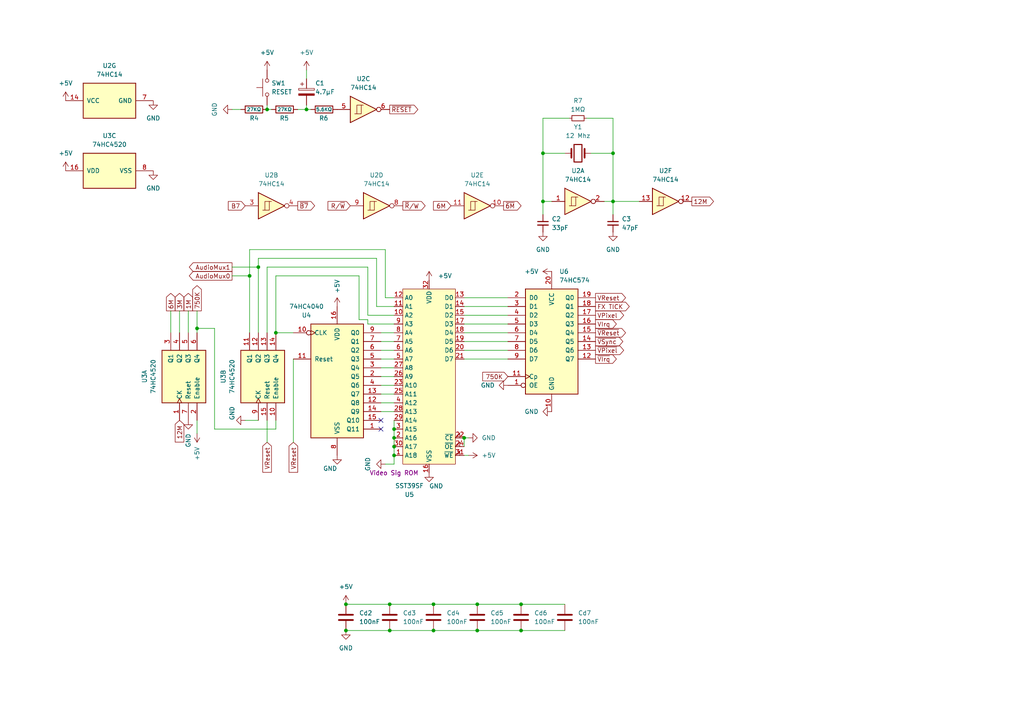
<source format=kicad_sch>
(kicad_sch (version 20230121) (generator eeschema)
  (paper "A4")
  (title_block (title "Clock and Reset"))
  (lib_symbols
    (symbol "4xxx:4040" (pin_names (offset 1.016))
      (property "Reference" "U" (at -7.62 16.51 0))
      (property "Value" "4040" (at -7.62 -19.05 0))
      (symbol "4040_1_0"
        (pin output line (at 12.7 -15.24 180) (length 5.08) (name "Q11") (number "1"))
        (pin input inverted_clock (at -12.7 12.7 0) (length 5.08) (name "CLK") (number "10"))
        (pin input line (at -12.7 5.08 0) (length 5.08) (name "Reset") (number "11"))
        (pin output line (at 12.7 -7.62 180) (length 5.08) (name "Q8") (number "12"))
        (pin output line (at 12.7 -5.08 180) (length 5.08) (name "Q7") (number "13"))
        (pin output line (at 12.7 -10.16 180) (length 5.08) (name "Q9") (number "14"))
        (pin output line (at 12.7 -12.7 180) (length 5.08) (name "Q10") (number "15"))
        (pin power_in line (at 0 20.32 270) (length 5.08) (name "VDD") (number "16"))
        (pin output line (at 12.7 0 180) (length 5.08) (name "Q5") (number "2"))
        (pin output line (at 12.7 2.54 180) (length 5.08) (name "Q4") (number "3"))
        (pin output line (at 12.7 -2.54 180) (length 5.08) (name "Q6") (number "4"))
        (pin output line (at 12.7 5.08 180) (length 5.08) (name "Q3") (number "5"))
        (pin output line (at 12.7 7.62 180) (length 5.08) (name "Q2") (number "6"))
        (pin output line (at 12.7 10.16 180) (length 5.08) (name "Q1") (number "7"))
        (pin power_in line (at 0 -22.86 90) (length 5.08) (name "VSS") (number "8"))
        (pin output line (at 12.7 12.7 180) (length 5.08) (name "Q0") (number "9"))
      )
      (symbol "4040_1_1"
        (rectangle (start -7.62 15.24) (end 7.62 -17.78) (stroke (width 0.254)) (fill (type background)))
      )
    )
    (symbol "4xxx:4520" (pin_names (offset 1.016))
      (property "Reference" "U" (at -7.62 8.89 0))
      (property "Value" "4520" (at -7.62 -8.89 0))
      (symbol "4520_1_0"
        (pin input clock (at -12.7 0 0) (length 5.08) (name "CK") (number "1"))
        (pin input line (at -12.7 -5.08 0) (length 5.08) (name "Enable") (number "2"))
        (pin output line (at 12.7 2.54 180) (length 5.08) (name "Q1") (number "3"))
        (pin output line (at 12.7 0 180) (length 5.08) (name "Q2") (number "4"))
        (pin output line (at 12.7 -2.54 180) (length 5.08) (name "Q3") (number "5"))
        (pin output line (at 12.7 -5.08 180) (length 5.08) (name "Q4") (number "6"))
        (pin input line (at -12.7 -2.54 0) (length 5.08) (name "Reset") (number "7"))
      )
      (symbol "4520_1_1"
        (rectangle (start -7.62 5.08) (end 7.62 -7.62) (stroke (width 0.254)) (fill (type background)))
      )
      (symbol "4520_2_0"
        (pin input line (at -12.7 -5.08 0) (length 5.08) (name "Enable") (number "10"))
        (pin output line (at 12.7 2.54 180) (length 5.08) (name "Q1") (number "11"))
        (pin output line (at 12.7 0 180) (length 5.08) (name "Q2") (number "12"))
        (pin output line (at 12.7 -2.54 180) (length 5.08) (name "Q3") (number "13"))
        (pin output line (at 12.7 -5.08 180) (length 5.08) (name "Q4") (number "14"))
        (pin input line (at -12.7 -2.54 0) (length 5.08) (name "Reset") (number "15"))
        (pin input clock (at -12.7 0 0) (length 5.08) (name "CK") (number "9"))
      )
      (symbol "4520_2_1"
        (rectangle (start -7.62 5.08) (end 7.62 -7.62) (stroke (width 0.254)) (fill (type background)))
      )
      (symbol "4520_3_0"
        (pin power_in line (at 0 12.7 270) (length 5.08) (name "VDD") (number "16"))
        (pin power_in line (at 0 -12.7 90) (length 5.08) (name "VSS") (number "8"))
      )
      (symbol "4520_3_1"
        (rectangle (start -5.08 7.62) (end 5.08 -7.62) (stroke (width 0.254)) (fill (type background)))
      )
    )
    (symbol "74xx:74HC14" (pin_names (offset 1.016))
      (property "Reference" "U" (at 0 1.27 0))
      (property "Value" "74HC14" (at 0 -1.27 0))
      (symbol "74HC14_1_0"
        (polyline (pts (xy -3.81 3.81) (xy -3.81 -3.81) (xy 3.81 0) (xy -3.81 3.81)) (stroke (width 0.254)) (fill (type background)))
        (pin input line (at -7.62 0 0) (length 3.81) (name "~") (number "1"))
        (pin output inverted (at 7.62 0 180) (length 3.81) (name "~") (number "2"))
      )
      (symbol "74HC14_1_1"
        (polyline (pts (xy -1.905 -1.27) (xy -1.905 1.27) (xy -0.635 1.27)))
        (polyline (pts (xy -2.54 -1.27) (xy -0.635 -1.27) (xy -0.635 1.27) (xy 0 1.27)))
      )
      (symbol "74HC14_2_0"
        (polyline (pts (xy -3.81 3.81) (xy -3.81 -3.81) (xy 3.81 0) (xy -3.81 3.81)) (stroke (width 0.254)) (fill (type background)))
        (pin input line (at -7.62 0 0) (length 3.81) (name "~") (number "3"))
        (pin output inverted (at 7.62 0 180) (length 3.81) (name "~") (number "4"))
      )
      (symbol "74HC14_2_1"
        (polyline (pts (xy -1.905 -1.27) (xy -1.905 1.27) (xy -0.635 1.27)))
        (polyline (pts (xy -2.54 -1.27) (xy -0.635 -1.27) (xy -0.635 1.27) (xy 0 1.27)))
      )
      (symbol "74HC14_3_0"
        (polyline (pts (xy -3.81 3.81) (xy -3.81 -3.81) (xy 3.81 0) (xy -3.81 3.81)) (stroke (width 0.254)) (fill (type background)))
        (pin input line (at -7.62 0 0) (length 3.81) (name "~") (number "5"))
        (pin output inverted (at 7.62 0 180) (length 3.81) (name "~") (number "6"))
      )
      (symbol "74HC14_3_1"
        (polyline (pts (xy -1.905 -1.27) (xy -1.905 1.27) (xy -0.635 1.27)))
        (polyline (pts (xy -2.54 -1.27) (xy -0.635 -1.27) (xy -0.635 1.27) (xy 0 1.27)))
      )
      (symbol "74HC14_4_0"
        (polyline (pts (xy -3.81 3.81) (xy -3.81 -3.81) (xy 3.81 0) (xy -3.81 3.81)) (stroke (width 0.254)) (fill (type background)))
        (pin output inverted (at 7.62 0 180) (length 3.81) (name "~") (number "8"))
        (pin input line (at -7.62 0 0) (length 3.81) (name "~") (number "9"))
      )
      (symbol "74HC14_4_1"
        (polyline (pts (xy -1.905 -1.27) (xy -1.905 1.27) (xy -0.635 1.27)))
        (polyline (pts (xy -2.54 -1.27) (xy -0.635 -1.27) (xy -0.635 1.27) (xy 0 1.27)))
      )
      (symbol "74HC14_5_0"
        (polyline (pts (xy -3.81 3.81) (xy -3.81 -3.81) (xy 3.81 0) (xy -3.81 3.81)) (stroke (width 0.254)) (fill (type background)))
        (pin output inverted (at 7.62 0 180) (length 3.81) (name "~") (number "10"))
        (pin input line (at -7.62 0 0) (length 3.81) (name "~") (number "11"))
      )
      (symbol "74HC14_5_1"
        (polyline (pts (xy -1.905 -1.27) (xy -1.905 1.27) (xy -0.635 1.27)))
        (polyline (pts (xy -2.54 -1.27) (xy -0.635 -1.27) (xy -0.635 1.27) (xy 0 1.27)))
      )
      (symbol "74HC14_6_0"
        (polyline (pts (xy -3.81 3.81) (xy -3.81 -3.81) (xy 3.81 0) (xy -3.81 3.81)) (stroke (width 0.254)) (fill (type background)))
        (pin output inverted (at 7.62 0 180) (length 3.81) (name "~") (number "12"))
        (pin input line (at -7.62 0 0) (length 3.81) (name "~") (number "13"))
      )
      (symbol "74HC14_6_1"
        (polyline (pts (xy -1.905 -1.27) (xy -1.905 1.27) (xy -0.635 1.27)))
        (polyline (pts (xy -2.54 -1.27) (xy -0.635 -1.27) (xy -0.635 1.27) (xy 0 1.27)))
      )
      (symbol "74HC14_7_0"
        (pin power_in line (at 0 12.7 270) (length 5.08) (name "VCC") (number "14"))
        (pin power_in line (at 0 -12.7 90) (length 5.08) (name "GND") (number "7"))
      )
      (symbol "74HC14_7_1"
        (rectangle (start -5.08 7.62) (end 5.08 -7.62) (stroke (width 0.254)) (fill (type background)))
      )
    )
    (symbol "74xx:74HCT574" (pin_names (offset 1.016))
      (property "Reference" "U" (at -7.62 16.51 0))
      (property "Value" "74HCT574" (at -7.62 -16.51 0))
      (symbol "74HCT574_1_0"
        (pin input inverted (at -12.7 -12.7 0) (length 5.08) (name "OE") (number "1"))
        (pin power_in line (at 0 -20.32 90) (length 5.08) (name "GND") (number "10"))
        (pin input clock (at -12.7 -10.16 0) (length 5.08) (name "Cp") (number "11"))
        (pin tri_state line (at 12.7 -5.08 180) (length 5.08) (name "Q7") (number "12"))
        (pin tri_state line (at 12.7 -2.54 180) (length 5.08) (name "Q6") (number "13"))
        (pin tri_state line (at 12.7 0 180) (length 5.08) (name "Q5") (number "14"))
        (pin tri_state line (at 12.7 2.54 180) (length 5.08) (name "Q4") (number "15"))
        (pin tri_state line (at 12.7 5.08 180) (length 5.08) (name "Q3") (number "16"))
        (pin tri_state line (at 12.7 7.62 180) (length 5.08) (name "Q2") (number "17"))
        (pin tri_state line (at 12.7 10.16 180) (length 5.08) (name "Q1") (number "18"))
        (pin tri_state line (at 12.7 12.7 180) (length 5.08) (name "Q0") (number "19"))
        (pin input line (at -12.7 12.7 0) (length 5.08) (name "D0") (number "2"))
        (pin power_in line (at 0 20.32 270) (length 5.08) (name "VCC") (number "20"))
        (pin input line (at -12.7 10.16 0) (length 5.08) (name "D1") (number "3"))
        (pin input line (at -12.7 7.62 0) (length 5.08) (name "D2") (number "4"))
        (pin input line (at -12.7 5.08 0) (length 5.08) (name "D3") (number "5"))
        (pin input line (at -12.7 2.54 0) (length 5.08) (name "D4") (number "6"))
        (pin input line (at -12.7 0 0) (length 5.08) (name "D5") (number "7"))
        (pin input line (at -12.7 -2.54 0) (length 5.08) (name "D6") (number "8"))
        (pin input line (at -12.7 -5.08 0) (length 5.08) (name "D7") (number "9"))
      )
      (symbol "74HCT574_1_1"
        (rectangle (start -7.62 15.24) (end 7.62 -15.24) (stroke (width 0.254)) (fill (type background)))
      )
    )
    (symbol "Device:C" (pin_numbers hide) (pin_names (offset 0.254))
      (property "Reference" "C" (at 0.635 2.54 0))
      (property "Value" "C" (at 0.635 -2.54 0))
      (symbol "C_0_1"
        (polyline (pts (xy -2.032 -0.762) (xy 2.032 -0.762)) (stroke (width 0.508)))
        (polyline (pts (xy -2.032 0.762) (xy 2.032 0.762)) (stroke (width 0.508)))
      )
      (symbol "C_1_1"
        (pin passive line (at 0 3.81 270) (length 2.794) (name "~") (number "1"))
        (pin passive line (at 0 -3.81 90) (length 2.794) (name "~") (number "2"))
      )
    )
    (symbol "Device:C_Polarized" (pin_numbers hide) (pin_names (offset 0.254))
      (property "Reference" "C" (at 0.635 2.54 0))
      (property "Value" "C_Polarized" (at 0.635 -2.54 0))
      (symbol "C_Polarized_0_1"
        (rectangle (start -2.286 0.508) (end 2.286 1.016))
        (polyline (pts (xy -1.778 2.286) (xy -0.762 2.286)))
        (polyline (pts (xy -1.27 2.794) (xy -1.27 1.778)))
        (rectangle (start 2.286 -0.508) (end -2.286 -1.016) (fill (type outline)))
      )
      (symbol "C_Polarized_1_1"
        (pin passive line (at 0 3.81 270) (length 2.794) (name "~") (number "1"))
        (pin passive line (at 0 -3.81 90) (length 2.794) (name "~") (number "2"))
      )
    )
    (symbol "Device:C_Small" (pin_numbers hide) (pin_names (offset 0.254) hide)
      (property "Reference" "C" (at 0.254 1.778 0))
      (property "Value" "C_Small" (at 0.254 -2.032 0))
      (symbol "C_Small_0_1"
        (polyline (pts (xy -1.524 -0.508) (xy 1.524 -0.508)) (stroke (width 0.3302)))
        (polyline (pts (xy -1.524 0.508) (xy 1.524 0.508)) (stroke (width 0.3048)))
      )
      (symbol "C_Small_1_1"
        (pin passive line (at 0 2.54 270) (length 2.032) (name "~") (number "1"))
        (pin passive line (at 0 -2.54 90) (length 2.032) (name "~") (number "2"))
      )
    )
    (symbol "Device:Crystal" (pin_numbers hide) (pin_names (offset 1.016) hide)
      (property "Reference" "Y" (at 0 3.81 0))
      (property "Value" "Crystal" (at 0 -3.81 0))
      (symbol "Crystal_0_1"
        (rectangle (start -1.143 2.54) (end 1.143 -2.54) (stroke (width 0.3048)))
        (polyline (pts (xy -2.54 0) (xy -1.905 0)))
        (polyline (pts (xy -1.905 -1.27) (xy -1.905 1.27)) (stroke (width 0.508)))
        (polyline (pts (xy 1.905 -1.27) (xy 1.905 1.27)) (stroke (width 0.508)))
        (polyline (pts (xy 2.54 0) (xy 1.905 0)))
      )
      (symbol "Crystal_1_1"
        (pin passive line (at -3.81 0 0) (length 1.27) (name "1") (number "1"))
        (pin passive line (at 3.81 0 180) (length 1.27) (name "2") (number "2"))
      )
    )
    (symbol "Device:R" (pin_numbers hide) (pin_names (offset 0))
      (property "Reference" "R" (at 2.032 0 90))
      (property "Value" "R" (at 0 0 90))
      (symbol "R_0_1"
        (rectangle (start -1.016 -2.54) (end 1.016 2.54) (stroke (width 0.254)))
      )
      (symbol "R_1_1"
        (pin passive line (at 0 3.81 270) (length 1.27) (name "~") (number "1"))
        (pin passive line (at 0 -3.81 90) (length 1.27) (name "~") (number "2"))
      )
    )
    (symbol "Device:R_Small" (pin_numbers hide) (pin_names (offset 0.254) hide)
      (property "Reference" "R" (at 0.762 0.508 0))
      (property "Value" "R_Small" (at 0.762 -1.016 0))
      (symbol "R_Small_0_1"
        (rectangle (start -0.762 1.778) (end 0.762 -1.778) (stroke (width 0.2032)))
      )
      (symbol "R_Small_1_1"
        (pin passive line (at 0 2.54 270) (length 0.762) (name "~") (number "1"))
        (pin passive line (at 0 -2.54 90) (length 0.762) (name "~") (number "2"))
      )
    )
    (symbol "Memory_Lib:SST39SF040"
      (property "Reference" "U" (at 11.43 54.61 0))
      (property "Value" "SST39SF040" (at 19.05 52.07 0))
      (symbol "SST39SF040_1_1"
        (rectangle (start 0 50.8) (end 15.24 0) (fill (type background)))
        (pin input line (at -2.54 2.54 0) (length 2.54) (name "A18") (number "1"))
        (pin input line (at -2.54 43.18 0) (length 2.54) (name "A2") (number "10"))
        (pin input line (at -2.54 45.72 0) (length 2.54) (name "A1") (number "11"))
        (pin input line (at -2.54 48.26 0) (length 2.54) (name "A0") (number "12"))
        (pin bidirectional line (at 17.78 48.26 180) (length 2.54) (name "D0") (number "13"))
        (pin bidirectional line (at 17.78 45.72 180) (length 2.54) (name "D1") (number "14"))
        (pin bidirectional line (at 17.78 43.18 180) (length 2.54) (name "D2") (number "15"))
        (pin power_in line (at 7.62 -2.54 90) (length 2.54) (name "VSS") (number "16"))
        (pin bidirectional line (at 17.78 40.64 180) (length 2.54) (name "D3") (number "17"))
        (pin bidirectional line (at 17.78 38.1 180) (length 2.54) (name "D4") (number "18"))
        (pin bidirectional line (at 17.78 35.56 180) (length 2.54) (name "D5") (number "19"))
        (pin input line (at -2.54 7.62 0) (length 2.54) (name "A16") (number "2"))
        (pin bidirectional line (at 17.78 33.02 180) (length 2.54) (name "D6") (number "20"))
        (pin bidirectional line (at 17.78 30.48 180) (length 2.54) (name "D7") (number "21"))
        (pin input input_low (at 17.78 7.62 180) (length 2.54) (name "~{CE}") (number "22"))
        (pin input line (at -2.54 22.86 0) (length 2.54) (name "A10") (number "23"))
        (pin input input_low (at 17.78 5.08 180) (length 2.54) (name "~{OE}") (number "24"))
        (pin input line (at -2.54 20.32 0) (length 2.54) (name "A11") (number "25"))
        (pin input line (at -2.54 25.4 0) (length 2.54) (name "A9") (number "26"))
        (pin input line (at -2.54 27.94 0) (length 2.54) (name "A8") (number "27"))
        (pin input line (at -2.54 15.24 0) (length 2.54) (name "A13") (number "28"))
        (pin input line (at -2.54 12.7 0) (length 2.54) (name "A14") (number "29"))
        (pin input line (at -2.54 10.16 0) (length 2.54) (name "A15") (number "3"))
        (pin input line (at -2.54 5.08 0) (length 2.54) (name "A17") (number "30"))
        (pin input input_low (at 17.78 2.54 180) (length 2.54) (name "~{WE}") (number "31"))
        (pin power_in line (at 7.62 53.34 270) (length 2.54) (name "VDD") (number "32"))
        (pin input line (at -2.54 17.78 0) (length 2.54) (name "A12") (number "4"))
        (pin input line (at -2.54 30.48 0) (length 2.54) (name "A7") (number "5"))
        (pin input line (at -2.54 33.02 0) (length 2.54) (name "A6") (number "6"))
        (pin input line (at -2.54 35.56 0) (length 2.54) (name "A5") (number "7"))
        (pin input line (at -2.54 38.1 0) (length 2.54) (name "A4") (number "8"))
        (pin input line (at -2.54 40.64 0) (length 2.54) (name "A3") (number "9"))
      )
    )
    (symbol "Switch:SW_Push" (pin_numbers hide) (pin_names (offset 1.016) hide)
      (property "Reference" "SW" (at 1.27 2.54 0))
      (property "Value" "SW_Push" (at 0 -1.524 0))
      (symbol "SW_Push_0_1"
        (circle (center -2.032 0) (radius 0.508))
        (polyline (pts (xy 0 1.27) (xy 0 3.048)))
        (polyline (pts (xy 2.54 1.27) (xy -2.54 1.27)))
        (circle (center 2.032 0) (radius 0.508))
        (pin passive line (at -5.08 0 0) (length 2.54) (name "1") (number "1"))
        (pin passive line (at 5.08 0 180) (length 2.54) (name "2") (number "2"))
      )
    )
    (symbol "power:+5V" (power) (pin_names (offset 0))
      (property "Value" "+5V" (at 0 3.556 0))
      (symbol "+5V_0_1"
        (polyline (pts (xy -0.762 1.27) (xy 0 2.54)))
        (polyline (pts (xy 0 0) (xy 0 2.54)))
        (polyline (pts (xy 0 2.54) (xy 0.762 1.27)))
      )
      (symbol "+5V_1_1"
        (pin power_in line (at 0 0 90) (length 0) hide (name "+5V") (number "1"))
      )
    )
    (symbol "power:GND" (power) (pin_names (offset 0))
      (property "Value" "GND" (at 0 -3.81 0))
      (symbol "GND_0_1"
        (polyline (pts (xy 0 0) (xy 0 -1.27) (xy 1.27 -1.27) (xy 0 -2.54) (xy -1.27 -1.27) (xy 0 -1.27)))
      )
      (symbol "GND_1_1"
        (pin power_in line (at 0 0 270) (length 0) hide (name "GND") (number "1"))
      )
    )
  )
  (junction (at 100.33 182.88))
  (junction (at 151.13 175.26))
  (junction (at 114.3 124.46))
  (junction (at 113.03 182.88))
  (junction (at 113.03 175.26))
  (junction (at 114.3 127))
  (junction (at 151.13 182.88))
  (junction (at 114.3 129.54))
  (junction (at 125.73 182.88))
  (junction (at 138.43 175.26))
  (junction (at 114.3 132.08))
  (junction (at 77.47 31.75))
  (junction (at 177.8 44.45))
  (junction (at 80.01 96.52))
  (junction (at 138.43 182.88))
  (junction (at 57.15 95.25))
  (junction (at 134.62 127))
  (junction (at 74.93 77.47))
  (junction (at 177.8 58.42))
  (junction (at 100.33 175.26))
  (junction (at 157.48 58.42))
  (junction (at 72.39 80.01))
  (junction (at 125.73 175.26))
  (junction (at 88.9 31.75))
  (junction (at 157.48 44.45))
  (no_connect (at 110.49 121.92))
  (no_connect (at 110.49 124.46))
  (wire (pts (xy 177.8 62.23) (xy 177.8 58.42)))
  (wire (pts (xy 111.76 86.36) (xy 111.76 72.39)))
  (wire (pts (xy 170.18 34.29) (xy 177.8 34.29)))
  (wire (pts (xy 77.47 128.27) (xy 77.47 121.92)))
  (wire (pts (xy 157.48 44.45) (xy 163.83 44.45)))
  (wire (pts (xy 138.43 182.88) (xy 151.13 182.88)))
  (wire (pts (xy 114.3 99.06) (xy 110.49 99.06)))
  (wire (pts (xy 67.31 31.75) (xy 69.85 31.75)))
  (wire (pts (xy 72.39 80.01) (xy 72.39 96.52)))
  (wire (pts (xy 72.39 72.39) (xy 111.76 72.39)))
  (wire (pts (xy 114.3 96.52) (xy 110.49 96.52)))
  (wire (pts (xy 114.3 109.22) (xy 110.49 109.22)))
  (wire (pts (xy 62.23 95.25) (xy 57.15 95.25)))
  (wire (pts (xy 147.32 104.14) (xy 134.62 104.14)))
  (wire (pts (xy 77.47 31.75) (xy 77.47 30.48)))
  (wire (pts (xy 49.53 90.17) (xy 49.53 96.52)))
  (wire (pts (xy 114.3 88.9) (xy 109.22 88.9)))
  (wire (pts (xy 147.32 96.52) (xy 134.62 96.52)))
  (wire (pts (xy 106.68 93.98) (xy 114.3 93.98)))
  (wire (pts (xy 151.13 182.88) (xy 163.83 182.88)))
  (wire (pts (xy 114.3 106.68) (xy 110.49 106.68)))
  (wire (pts (xy 147.32 101.6) (xy 134.62 101.6)))
  (wire (pts (xy 114.3 132.08) (xy 114.3 129.54)))
  (wire (pts (xy 74.93 77.47) (xy 74.93 96.52)))
  (wire (pts (xy 85.09 128.27) (xy 85.09 104.14)))
  (wire (pts (xy 114.3 86.36) (xy 111.76 86.36)))
  (wire (pts (xy 160.02 58.42) (xy 157.48 58.42)))
  (wire (pts (xy 177.8 58.42) (xy 185.42 58.42)))
  (wire (pts (xy 106.68 92.71) (xy 106.68 93.98)))
  (wire (pts (xy 54.61 90.17) (xy 54.61 96.52)))
  (wire (pts (xy 77.47 77.47) (xy 77.47 96.52)))
  (wire (pts (xy 114.3 129.54) (xy 114.3 127)))
  (wire (pts (xy 135.89 127) (xy 134.62 127)))
  (wire (pts (xy 177.8 44.45) (xy 171.45 44.45)))
  (wire (pts (xy 114.3 104.14) (xy 110.49 104.14)))
  (wire (pts (xy 88.9 20.32) (xy 88.9 22.86)))
  (wire (pts (xy 114.3 116.84) (xy 110.49 116.84)))
  (wire (pts (xy 177.8 44.45) (xy 177.8 58.42)))
  (wire (pts (xy 177.8 34.29) (xy 177.8 44.45)))
  (wire (pts (xy 147.32 91.44) (xy 134.62 91.44)))
  (wire (pts (xy 114.3 124.46) (xy 114.3 121.92)))
  (wire (pts (xy 57.15 125.73) (xy 57.15 121.92)))
  (wire (pts (xy 114.3 111.76) (xy 110.49 111.76)))
  (wire (pts (xy 80.01 96.52) (xy 85.09 96.52)))
  (wire (pts (xy 109.22 74.93) (xy 74.93 74.93)))
  (wire (pts (xy 114.3 127) (xy 114.3 124.46)))
  (wire (pts (xy 100.33 175.26) (xy 113.03 175.26)))
  (wire (pts (xy 175.26 58.42) (xy 177.8 58.42)))
  (wire (pts (xy 113.03 182.88) (xy 125.73 182.88)))
  (wire (pts (xy 104.14 80.01) (xy 80.01 80.01)))
  (wire (pts (xy 72.39 72.39) (xy 72.39 80.01)))
  (wire (pts (xy 80.01 124.46) (xy 80.01 121.92)))
  (wire (pts (xy 67.31 80.01) (xy 72.39 80.01)))
  (wire (pts (xy 111.76 134.62) (xy 114.3 134.62)))
  (wire (pts (xy 135.89 132.08) (xy 134.62 132.08)))
  (wire (pts (xy 71.12 121.92) (xy 74.93 121.92)))
  (wire (pts (xy 125.73 175.26) (xy 138.43 175.26)))
  (wire (pts (xy 100.33 182.88) (xy 113.03 182.88)))
  (wire (pts (xy 77.47 77.47) (xy 106.68 77.47)))
  (wire (pts (xy 109.22 88.9) (xy 109.22 74.93)))
  (wire (pts (xy 134.62 127) (xy 134.62 129.54)))
  (wire (pts (xy 78.74 31.75) (xy 77.47 31.75)))
  (wire (pts (xy 114.3 114.3) (xy 110.49 114.3)))
  (wire (pts (xy 86.36 31.75) (xy 88.9 31.75)))
  (wire (pts (xy 147.32 99.06) (xy 134.62 99.06)))
  (wire (pts (xy 88.9 30.48) (xy 88.9 31.75)))
  (wire (pts (xy 104.14 92.71) (xy 106.68 92.71)))
  (wire (pts (xy 62.23 124.46) (xy 80.01 124.46)))
  (wire (pts (xy 147.32 88.9) (xy 134.62 88.9)))
  (wire (pts (xy 104.14 80.01) (xy 104.14 92.71)))
  (wire (pts (xy 106.68 77.47) (xy 106.68 91.44)))
  (wire (pts (xy 106.68 91.44) (xy 114.3 91.44)))
  (wire (pts (xy 67.31 77.47) (xy 74.93 77.47)))
  (wire (pts (xy 74.93 74.93) (xy 74.93 77.47)))
  (wire (pts (xy 52.07 90.17) (xy 52.07 96.52)))
  (wire (pts (xy 151.13 175.26) (xy 163.83 175.26)))
  (wire (pts (xy 80.01 96.52) (xy 80.01 80.01)))
  (wire (pts (xy 157.48 44.45) (xy 157.48 58.42)))
  (wire (pts (xy 138.43 175.26) (xy 151.13 175.26)))
  (wire (pts (xy 165.1 34.29) (xy 157.48 34.29)))
  (wire (pts (xy 157.48 34.29) (xy 157.48 44.45)))
  (wire (pts (xy 57.15 95.25) (xy 57.15 90.17)))
  (wire (pts (xy 114.3 119.38) (xy 110.49 119.38)))
  (wire (pts (xy 125.73 182.88) (xy 138.43 182.88)))
  (wire (pts (xy 114.3 101.6) (xy 110.49 101.6)))
  (wire (pts (xy 147.32 86.36) (xy 134.62 86.36)))
  (wire (pts (xy 114.3 134.62) (xy 114.3 132.08)))
  (wire (pts (xy 147.32 93.98) (xy 134.62 93.98)))
  (wire (pts (xy 57.15 96.52) (xy 57.15 95.25)))
  (wire (pts (xy 157.48 62.23) (xy 157.48 58.42)))
  (wire (pts (xy 90.17 31.75) (xy 88.9 31.75)))
  (wire (pts (xy 113.03 175.26) (xy 125.73 175.26)))
  (wire (pts (xy 62.23 124.46) (xy 62.23 95.25)))
  (global_label "3M" (shape output) (at 52.07 90.17 90) (property "Intersheetrefs" "${INTERSHEET_REFS}" (effects hide)))
  (global_label "~{R}{slash}W" (shape output) (at 116.84 59.69 0) (property "Intersheetrefs" "${INTERSHEET_REFS}" (effects hide)))
  (global_label "1M" (shape output) (at 54.61 90.17 90) (property "Intersheetrefs" "${INTERSHEET_REFS}" (effects hide)))
  (global_label "~{VIrq}" (shape output) (at 172.72 104.14 0) (property "Intersheetrefs" "${INTERSHEET_REFS}" (effects hide)))
  (global_label "~{VSync}" (shape output) (at 172.72 99.06 0) (property "Intersheetrefs" "${INTERSHEET_REFS}" (effects hide)))
  (global_label "~{RESET}" (shape output) (at 113.03 31.75 0) (property "Intersheetrefs" "${INTERSHEET_REFS}" (effects hide)))
  (global_label "AudioMux1" (shape output) (at 67.31 77.47 180) (property "Intersheetrefs" "${INTERSHEET_REFS}" (effects hide)))
  (global_label "VReset" (shape input) (at 85.09 128.27 270) (property "Intersheetrefs" "${INTERSHEET_REFS}" (effects hide)))
  (global_label "~{6M}" (shape output) (at 146.05 59.69 0) (property "Intersheetrefs" "${INTERSHEET_REFS}" (effects hide)))
  (global_label "VReset" (shape output) (at 172.72 86.36 0) (property "Intersheetrefs" "${INTERSHEET_REFS}" (effects hide)))
  (global_label "VReset" (shape input) (at 77.47 128.27 270) (property "Intersheetrefs" "${INTERSHEET_REFS}" (effects hide)))
  (global_label "~{VPixel}" (shape output) (at 172.72 101.6 0) (property "Intersheetrefs" "${INTERSHEET_REFS}" (effects hide)))
  (global_label "6M" (shape output) (at 49.53 90.17 90) (property "Intersheetrefs" "${INTERSHEET_REFS}" (effects hide)))
  (global_label "12M" (shape output) (at 200.66 58.42 0) (property "Intersheetrefs" "${INTERSHEET_REFS}" (effects hide)))
  (global_label "750K" (shape input) (at 147.32 109.22 180) (property "Intersheetrefs" "${INTERSHEET_REFS}" (effects hide)))
  (global_label "B7" (shape input) (at 71.12 59.69 180) (property "Intersheetrefs" "${INTERSHEET_REFS}" (effects hide)))
  (global_label "750K" (shape output) (at 57.15 90.17 90) (property "Intersheetrefs" "${INTERSHEET_REFS}" (effects hide)))
  (global_label "12M" (shape input) (at 52.07 121.92 270) (property "Intersheetrefs" "${INTERSHEET_REFS}" (effects hide)))
  (global_label "R{slash}~{W}" (shape input) (at 101.6 59.69 180) (property "Intersheetrefs" "${INTERSHEET_REFS}" (effects hide)))
  (global_label "VPixel" (shape output) (at 172.72 91.44 0) (property "Intersheetrefs" "${INTERSHEET_REFS}" (effects hide)))
  (global_label "VIrq" (shape output) (at 172.72 93.98 0) (property "Intersheetrefs" "${INTERSHEET_REFS}" (effects hide)))
  (global_label "AudioMux0" (shape output) (at 67.31 80.01 180) (property "Intersheetrefs" "${INTERSHEET_REFS}" (effects hide)))
  (global_label "6M" (shape input) (at 130.81 59.69 180) (property "Intersheetrefs" "${INTERSHEET_REFS}" (effects hide)))
  (global_label "~{VReset}" (shape output) (at 172.72 96.52 0) (property "Intersheetrefs" "${INTERSHEET_REFS}" (effects hide)))
  (global_label "FX TICK" (shape output) (at 172.72 88.9 0) (property "Intersheetrefs" "${INTERSHEET_REFS}" (effects hide)))
  (global_label "~{B7}" (shape output) (at 86.36 59.69 0) (property "Intersheetrefs" "${INTERSHEET_REFS}" (effects hide)))
  (symbol (lib_id "Device:C") (at 125.73 179.07 0) (unit 1)
    (property "Reference" "Cd4" (at 129.54 177.8 0) (effects (justify left)))
    (property "Value" "100nF" (at 129.54 180.34 0) (effects (justify left)))
    (property "Footprint" "Capacitor_THT:C_Disc_D3.0mm_W2.0mm_P2.50mm" (effects hide))
  )
  (symbol (lib_id "power:GND") (at 124.46 137.16 0) (unit 1)
    (property "Reference" "#PWR025" (effects hide))
    (property "Value" "GND" (at 124.46 140.97 0) (effects (justify left)))
  )
  (symbol (lib_id "power:+5V") (at 77.47 20.32 0) (unit 1)
    (property "Reference" "#PWR016" (effects hide))
    (property "Value" "+5V" (at 77.47 15.24 0))
  )
  (symbol (lib_id "power:+5V") (at 19.05 29.21 0) (unit 1)
    (property "Reference" "#PWR09" (effects hide))
    (property "Value" "+5V" (at 19.05 24.13 0))
  )
  (symbol (lib_id "power:GND") (at 177.8 67.31 0) (unit 1)
    (property "Reference" "#PWR032" (effects hide))
    (property "Value" "GND" (at 177.8 72.39 0))
  )
  (symbol (lib_id "Device:R") (at 93.98 31.75 90) (mirror x) (unit 1)
    (property "Reference" "R6" (at 95.25 34.29 90) (effects (justify left)))
    (property "Value" "5.6KΩ" (at 93.98 31.75 90) (effects (font (size 1 1))))
    (property "Footprint" "Resistor_THT:R_Axial_DIN0204_L3.6mm_D1.6mm_P7.62mm_Horizontal" (effects hide))
  )
  (symbol (lib_id "74xx:74HC14") (at 138.43 59.69 0) (unit 5)
    (property "Reference" "U2" (at 138.43 50.8 0))
    (property "Value" "74HC14" (at 138.43 53.34 0))
    (property "Footprint" "PCM_Package_DIP_AKL:DIP-14_W7.62mm_Socket_LongPads" (effects hide))
    (property "Datasheet" "http://www.ti.com/lit/gpn/sn74HC14" (effects hide))
  )
  (symbol (lib_id "power:+5V") (at 160.02 78.74 90) (unit 1)
    (property "Reference" "#PWR030" (effects hide))
    (property "Value" "+5V" (at 156.21 78.74 90) (effects (justify left)))
  )
  (symbol (lib_id "power:GND") (at 111.76 134.62 270) (unit 1)
    (property "Reference" "#PWR023" (effects hide))
    (property "Value" "GND" (at 106.68 134.62 0))
  )
  (symbol (lib_id "Device:R") (at 82.55 31.75 90) (mirror x) (unit 1)
    (property "Reference" "R5" (at 83.82 34.29 90) (effects (justify left)))
    (property "Value" "27KΩ" (at 82.55 31.75 90) (effects (font (size 1 1))))
    (property "Footprint" "Resistor_THT:R_Axial_DIN0204_L3.6mm_D1.6mm_P7.62mm_Horizontal" (effects hide))
  )
  (symbol (lib_id "power:+5V") (at 100.33 175.26 0) (unit 1)
    (property "Reference" "#PWR021" (effects hide))
    (property "Value" "+5V" (at 100.33 170.18 0))
  )
  (symbol (lib_id "4xxx:4520") (at 31.75 49.53 90) (unit 3)
    (property "Reference" "U3" (at 31.75 39.37 90))
    (property "Value" "74HC4520" (at 31.75 41.91 90))
    (property "Footprint" "PCM_Package_DIP_AKL:DIP-16_W7.62mm_Socket_LongPads" (effects hide))
    (property "Datasheet" "http://www.intersil.com/content/dam/Intersil/documents/cd45/cd4518bms-20bms.pdf" (effects hide))
  )
  (symbol (lib_id "74xx:74HC14") (at 105.41 31.75 0) (unit 3)
    (property "Reference" "U2" (at 105.41 22.86 0))
    (property "Value" "74HC14" (at 105.41 25.4 0))
    (property "Footprint" "PCM_Package_DIP_AKL:DIP-14_W7.62mm_Socket_LongPads" (effects hide))
    (property "Datasheet" "http://www.ti.com/lit/gpn/sn74HC14" (effects hide))
  )
  (symbol (lib_id "4xxx:4520") (at 52.07 109.22 90) (unit 1)
    (property "Reference" "U3" (at 41.91 109.22 0))
    (property "Value" "74HC4520" (at 44.45 109.22 0))
    (property "Footprint" "PCM_Package_DIP_AKL:DIP-16_W7.62mm_Socket_LongPads" (effects hide))
    (property "Datasheet" "http://www.intersil.com/content/dam/Intersil/documents/cd45/cd4518bms-20bms.pdf" (effects hide))
  )
  (symbol (lib_id "Device:C") (at 113.03 179.07 0) (unit 1)
    (property "Reference" "Cd3" (at 116.84 177.8 0) (effects (justify left)))
    (property "Value" "100nF" (at 116.84 180.34 0) (effects (justify left)))
    (property "Footprint" "Capacitor_THT:C_Disc_D3.0mm_W2.0mm_P2.50mm" (effects hide))
  )
  (symbol (lib_id "power:+5V") (at 88.9 20.32 0) (unit 1)
    (property "Reference" "#PWR018" (effects hide))
    (property "Value" "+5V" (at 88.9 15.24 0))
  )
  (symbol (lib_id "power:+5V") (at 124.46 81.28 0) (unit 1)
    (property "Reference" "#PWR024" (effects hide))
    (property "Value" "+5V" (at 127 80.01 0) (effects (justify left)))
  )
  (symbol (lib_id "power:GND") (at 67.31 31.75 270) (unit 1)
    (property "Reference" "#PWR015" (effects hide))
    (property "Value" "GND" (at 62.23 31.75 0))
  )
  (symbol (lib_id "Device:C") (at 100.33 179.07 0) (unit 1)
    (property "Reference" "Cd2" (at 104.14 177.8 0) (effects (justify left)))
    (property "Value" "100nF" (at 104.14 180.34 0) (effects (justify left)))
    (property "Footprint" "Capacitor_THT:C_Disc_D3.0mm_W2.0mm_P2.50mm" (effects hide))
  )
  (symbol (lib_id "4xxx:4040") (at 97.79 109.22 0) (unit 1)
    (property "Reference" "U4" (at 88.9 91.44 0))
    (property "Value" "74HC4040" (at 88.9 88.9 0))
    (property "Footprint" "PCM_Package_DIP_AKL:DIP-16_W7.62mm_Socket_LongPads" (effects hide))
    (property "Datasheet" "http://www.intersil.com/content/dam/Intersil/documents/cd40/cd4020bms-24bms-40bms.pdf" (effects hide))
  )
  (symbol (lib_id "Device:R") (at 73.66 31.75 270) (unit 1)
    (property "Reference" "R4" (at 72.39 34.29 90) (effects (justify left)))
    (property "Value" "27KΩ" (at 73.66 31.75 90) (effects (font (size 1 1))))
    (property "Footprint" "Resistor_THT:R_Axial_DIN0204_L3.6mm_D1.6mm_P7.62mm_Horizontal" (effects hide))
  )
  (symbol (lib_id "power:+5V") (at 57.15 125.73 180) (unit 1)
    (property "Reference" "#PWR014" (effects hide))
    (property "Value" "+5V" (at 57.15 129.54 90) (effects (justify left)))
  )
  (symbol (lib_id "power:GND") (at 160.02 119.38 270) (unit 1)
    (property "Reference" "#PWR031" (effects hide))
    (property "Value" "GND" (at 156.21 119.38 90) (effects (justify right)))
  )
  (symbol (lib_id "Device:C_Polarized") (at 88.9 26.67 0) (unit 1)
    (property "Reference" "C1" (at 91.44 24.13 0) (effects (justify left)))
    (property "Value" "4.7µF" (at 91.44 26.67 0) (effects (justify left)))
    (property "Footprint" "Capacitor_THT:CP_Radial_D4.0mm_P1.50mm" (effects hide))
  )
  (symbol (lib_id "power:GND") (at 44.45 49.53 0) (unit 1)
    (property "Reference" "#PWR012" (effects hide))
    (property "Value" "GND" (at 44.45 54.61 0))
  )
  (symbol (lib_id "power:GND") (at 135.89 127 90) (unit 1)
    (property "Reference" "#PWR026" (effects hide))
    (property "Value" "GND" (at 139.7 127 90) (effects (justify right)))
  )
  (symbol (lib_id "Device:R_Small") (at 167.64 34.29 90) (unit 1)
    (property "Reference" "R7" (at 167.64 29.21 90))
    (property "Value" "1MΩ" (at 167.64 31.75 90))
    (property "Footprint" "Resistor_THT:R_Axial_DIN0204_L3.6mm_D1.6mm_P7.62mm_Horizontal" (effects hide))
  )
  (symbol (lib_id "74xx:74HC14") (at 31.75 29.21 90) (unit 7)
    (property "Reference" "U2" (at 31.75 19.05 90))
    (property "Value" "74HC14" (at 31.75 21.59 90))
    (property "Footprint" "PCM_Package_DIP_AKL:DIP-14_W7.62mm_Socket_LongPads" (effects hide))
    (property "Datasheet" "http://www.ti.com/lit/gpn/sn74HC14" (effects hide))
  )
  (symbol (lib_id "power:+5V") (at 19.05 49.53 0) (unit 1)
    (property "Reference" "#PWR010" (effects hide))
    (property "Value" "+5V" (at 19.05 44.45 0))
  )
  (symbol (lib_id "74xx:74HC14") (at 78.74 59.69 0) (unit 2)
    (property "Reference" "U2" (at 78.74 50.8 0))
    (property "Value" "74HC14" (at 78.74 53.34 0))
    (property "Footprint" "PCM_Package_DIP_AKL:DIP-14_W7.62mm_Socket_LongPads" (effects hide))
    (property "Datasheet" "http://www.ti.com/lit/gpn/sn74HC14" (effects hide))
  )
  (symbol (lib_id "Device:Crystal") (at 167.64 44.45 0) (unit 1)
    (property "Reference" "Y1" (at 167.64 36.83 0))
    (property "Value" "12 Mhz" (at 167.64 39.37 0))
    (property "Footprint" "Crystal:Crystal_HC49-U_Vertical" (effects hide))
  )
  (symbol (lib_id "Device:C") (at 138.43 179.07 0) (unit 1)
    (property "Reference" "Cd5" (at 142.24 177.8 0) (effects (justify left)))
    (property "Value" "100nF" (at 142.24 180.34 0) (effects (justify left)))
    (property "Footprint" "Capacitor_THT:C_Disc_D3.0mm_W2.0mm_P2.50mm" (effects hide))
  )
  (symbol (lib_id "power:GND") (at 147.32 111.76 270) (unit 1)
    (property "Reference" "#PWR028" (effects hide))
    (property "Value" "GND" (at 143.51 111.76 90) (effects (justify right)))
  )
  (symbol (lib_id "74xx:74HC14") (at 193.04 58.42 0) (unit 6)
    (property "Reference" "U2" (at 193.04 49.53 0))
    (property "Value" "74HC14" (at 193.04 52.07 0))
    (property "Footprint" "PCM_Package_DIP_AKL:DIP-14_W7.62mm_Socket_LongPads" (effects hide))
    (property "Datasheet" "http://www.ti.com/lit/gpn/sn74HC14" (effects hide))
  )
  (symbol (lib_id "power:GND") (at 54.61 121.92 0) (unit 1)
    (property "Reference" "#PWR013" (effects hide))
    (property "Value" "GND" (at 54.61 125.73 90) (effects (justify right)))
  )
  (symbol (lib_id "power:+5V") (at 135.89 132.08 270) (unit 1)
    (property "Reference" "#PWR027" (effects hide))
    (property "Value" "+5V" (at 139.7 132.08 90) (effects (justify left)))
  )
  (symbol (lib_id "74xx:74HC14") (at 167.64 58.42 0) (unit 1)
    (property "Reference" "U2" (at 167.64 49.53 0))
    (property "Value" "74HC14" (at 167.64 52.07 0))
    (property "Footprint" "PCM_Package_DIP_AKL:DIP-14_W7.62mm_Socket_LongPads" (effects hide))
    (property "Datasheet" "http://www.ti.com/lit/gpn/sn74HC14" (effects hide))
  )
  (symbol (lib_id "power:GND") (at 97.79 132.08 0) (unit 1)
    (property "Reference" "#PWR020" (effects hide))
    (property "Value" "GND" (at 97.79 135.89 0) (effects (justify right)))
  )
  (symbol (lib_id "Memory_Lib:SST39SF040") (at 116.84 134.62 0) (unit 1)
    (property "Reference" "U5" (at 118.745 143.4531 0))
    (property "Value" "SST39SF" (at 118.745 140.9131 0))
    (property "Footprint" "PCM_Package_LCC_AKL:PLCC-32_THT-Socket" (effects hide))
    (property "Datasheet" "https://ww1.microchip.com/downloads/aemDocuments/documents/OTH/ProductDocuments/DataSheets/20005022C.pdf" (effects hide))
    (property "Label" "Video Sig ROM" (at 114.3 137.16 0))
  )
  (symbol (lib_id "power:GND") (at 44.45 29.21 0) (unit 1)
    (property "Reference" "#PWR011" (effects hide))
    (property "Value" "GND" (at 44.45 34.29 0))
  )
  (symbol (lib_id "74xx:74HC14") (at 109.22 59.69 0) (unit 4)
    (property "Reference" "U2" (at 109.22 50.8 0))
    (property "Value" "74HC14" (at 109.22 53.34 0))
    (property "Footprint" "PCM_Package_DIP_AKL:DIP-14_W7.62mm_Socket_LongPads" (effects hide))
    (property "Datasheet" "http://www.ti.com/lit/gpn/sn74HC14" (effects hide))
  )
  (symbol (lib_id "power:GND") (at 100.33 182.88 0) (unit 1)
    (property "Reference" "#PWR022" (effects hide))
    (property "Value" "GND" (at 100.33 187.96 0))
  )
  (symbol (lib_id "Device:C_Small") (at 177.8 64.77 0) (unit 1)
    (property "Reference" "C3" (at 180.34 63.5063 0) (effects (justify left)))
    (property "Value" "47pF" (at 180.34 66.0463 0) (effects (justify left)))
    (property "Footprint" "Capacitor_THT:C_Disc_D3.0mm_W2.0mm_P2.50mm" (effects hide))
  )
  (symbol (lib_id "power:GND") (at 71.12 121.92 270) (unit 1)
    (property "Reference" "#PWR017" (effects hide))
    (property "Value" "GND" (at 67.31 121.92 0) (effects (justify right)))
  )
  (symbol (lib_id "Device:C") (at 151.13 179.07 0) (unit 1)
    (property "Reference" "Cd6" (at 154.94 177.8 0) (effects (justify left)))
    (property "Value" "100nF" (at 154.94 180.34 0) (effects (justify left)))
    (property "Footprint" "Capacitor_THT:C_Disc_D3.0mm_W2.0mm_P2.50mm" (effects hide))
  )
  (symbol (lib_id "Switch:SW_Push") (at 77.47 25.4 90) (unit 1)
    (property "Reference" "SW1" (at 78.74 24.13 90) (effects (justify right)))
    (property "Value" "RESET" (at 78.74 26.67 90) (effects (justify right)))
    (property "Footprint" "Button_Switch_THT:SW_Tactile_SPST_Angled_PTS645Vx83-2LFS" (effects hide))
  )
  (symbol (lib_id "Device:C") (at 163.83 179.07 0) (unit 1)
    (property "Reference" "Cd7" (at 167.64 177.8 0) (effects (justify left)))
    (property "Value" "100nF" (at 167.64 180.34 0) (effects (justify left)))
    (property "Footprint" "Capacitor_THT:C_Disc_D3.0mm_W2.0mm_P2.50mm" (effects hide))
  )
  (symbol (lib_id "Device:C_Small") (at 157.48 64.77 0) (unit 1)
    (property "Reference" "C2" (at 160.02 63.5063 0) (effects (justify left)))
    (property "Value" "33pF" (at 160.02 66.0463 0) (effects (justify left)))
    (property "Footprint" "Capacitor_THT:C_Disc_D3.0mm_W2.0mm_P2.50mm" (effects hide))
  )
  (symbol (lib_id "74xx:74HCT574") (at 160.02 99.06 0) (unit 1)
    (property "Reference" "U6" (at 162.2141 78.74 0) (effects (justify left)))
    (property "Value" "74HC574" (at 162.2141 81.28 0) (effects (justify left)))
    (property "Footprint" "PCM_Package_DIP_AKL:DIP-20_W7.62mm_Socket_LongPads" (effects hide))
    (property "Datasheet" "http://www.ti.com/lit/gpn/sn74HCT574" (effects hide))
  )
  (symbol (lib_id "power:GND") (at 157.48 67.31 0) (unit 1)
    (property "Reference" "#PWR029" (effects hide))
    (property "Value" "GND" (at 157.48 72.39 0))
  )
  (symbol (lib_id "power:+5V") (at 97.79 88.9 0) (unit 1)
    (property "Reference" "#PWR019" (effects hide))
    (property "Value" "+5V" (at 97.79 85.09 90) (effects (justify left)))
  )
  (symbol (lib_id "4xxx:4520") (at 74.93 109.22 90) (unit 2)
    (property "Reference" "U3" (at 64.77 109.22 0))
    (property "Value" "74HC4520" (at 67.31 109.22 0))
    (property "Footprint" "PCM_Package_DIP_AKL:DIP-16_W7.62mm_Socket_LongPads" (effects hide))
    (property "Datasheet" "http://www.intersil.com/content/dam/Intersil/documents/cd45/cd4518bms-20bms.pdf" (effects hide))
  )
)
</source>
